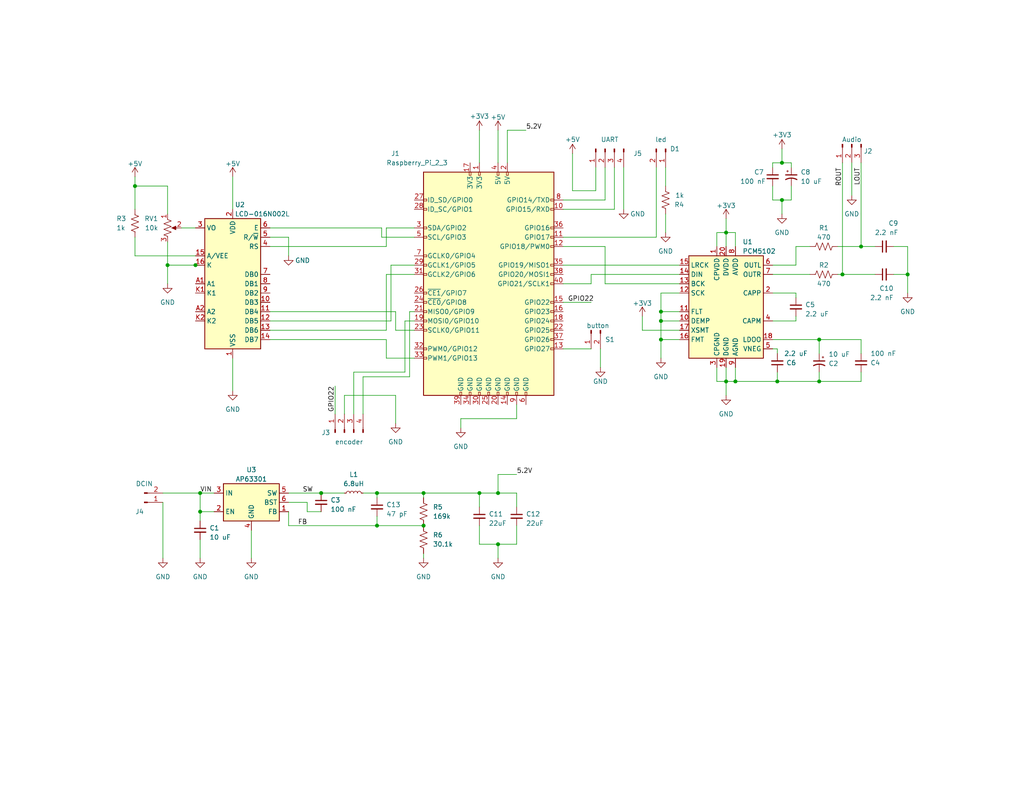
<source format=kicad_sch>
(kicad_sch (version 20230121) (generator eeschema)
  (paper "USLetter")
  (title_block (title "SquishBox v6") (date "2023-08-23") (rev "3") (company "Geek Funk Labs"))
  (lib_symbols
    (symbol "Audio:PCM5102"
      (property "Reference" "U" (at -10.16 13.97 0))
      (property "Value" "PCM5102" (at 3.81 13.97 0))
      (symbol "PCM5102_0_1"
        (rectangle (start -10.16 12.7) (end 10.16 -15.24) (stroke (width 0.254)) (fill (type background)))
      )
      (symbol "PCM5102_1_1"
        (pin passive line (at -2.54 15.24 270) (length 2.54) (name "CPVDD") (number "1"))
        (pin input line (at -12.7 -5.08 0) (length 2.54) (name "DEMP") (number "10"))
        (pin input line (at -12.7 -2.54 0) (length 2.54) (name "FLT") (number "11"))
        (pin input line (at -12.7 2.54 0) (length 2.54) (name "SCK") (number "12"))
        (pin input line (at -12.7 5.08 0) (length 2.54) (name "BCK") (number "13"))
        (pin input line (at -12.7 7.62 0) (length 2.54) (name "DIN") (number "14"))
        (pin input line (at -12.7 10.16 0) (length 2.54) (name "LRCK") (number "15"))
        (pin input line (at -12.7 -10.16 0) (length 2.54) (name "FMT") (number "16"))
        (pin input line (at -12.7 -7.62 0) (length 2.54) (name "XSMT") (number "17"))
        (pin passive line (at 12.7 -10.16 180) (length 2.54) (name "LDOO") (number "18"))
        (pin power_in line (at 0 -17.78 90) (length 2.54) (name "DGND") (number "19"))
        (pin passive line (at 12.7 2.54 180) (length 2.54) (name "CAPP") (number "2"))
        (pin power_in line (at 0 15.24 270) (length 2.54) (name "DVDD") (number "20"))
        (pin power_in line (at -2.54 -17.78 90) (length 2.54) (name "CPGND") (number "3"))
        (pin passive line (at 12.7 -5.08 180) (length 2.54) (name "CAPM") (number "4"))
        (pin passive line (at 12.7 -12.7 180) (length 2.54) (name "VNEG") (number "5"))
        (pin output line (at 12.7 10.16 180) (length 2.54) (name "OUTL") (number "6"))
        (pin output line (at 12.7 7.62 180) (length 2.54) (name "OUTR") (number "7"))
        (pin power_in line (at 2.54 15.24 270) (length 2.54) (name "AVDD") (number "8"))
        (pin power_in line (at 2.54 -17.78 90) (length 2.54) (name "AGND") (number "9"))
      )
    )
    (symbol "Connector:Conn_01x02_Pin" (pin_names (offset 1.016) hide)
      (property "Reference" "J" (at 0 2.54 0))
      (property "Value" "Conn_01x02_Pin" (at 0 -5.08 0))
      (symbol "Conn_01x02_Pin_1_1"
        (polyline (pts (xy 1.27 -2.54) (xy 0.8636 -2.54)) (stroke (width 0.1524)))
        (polyline (pts (xy 1.27 0) (xy 0.8636 0)) (stroke (width 0.1524)))
        (rectangle (start 0.8636 -2.413) (end 0 -2.667) (stroke (width 0.1524)) (fill (type outline)))
        (rectangle (start 0.8636 0.127) (end 0 -0.127) (stroke (width 0.1524)) (fill (type outline)))
        (pin passive line (at 5.08 0 180) (length 3.81) (name "Pin_1") (number "1"))
        (pin passive line (at 5.08 -2.54 180) (length 3.81) (name "Pin_2") (number "2"))
      )
    )
    (symbol "Connector:Conn_01x03_Pin" (pin_names (offset 1.016) hide)
      (property "Reference" "J" (at 0 5.08 0))
      (property "Value" "Conn_01x03_Pin" (at 0 -5.08 0))
      (symbol "Conn_01x03_Pin_1_1"
        (polyline (pts (xy 1.27 -2.54) (xy 0.8636 -2.54)) (stroke (width 0.1524)))
        (polyline (pts (xy 1.27 0) (xy 0.8636 0)) (stroke (width 0.1524)))
        (polyline (pts (xy 1.27 2.54) (xy 0.8636 2.54)) (stroke (width 0.1524)))
        (rectangle (start 0.8636 -2.413) (end 0 -2.667) (stroke (width 0.1524)) (fill (type outline)))
        (rectangle (start 0.8636 0.127) (end 0 -0.127) (stroke (width 0.1524)) (fill (type outline)))
        (rectangle (start 0.8636 2.667) (end 0 2.413) (stroke (width 0.1524)) (fill (type outline)))
        (pin passive line (at 5.08 2.54 180) (length 3.81) (name "Pin_1") (number "1"))
        (pin passive line (at 5.08 0 180) (length 3.81) (name "Pin_2") (number "2"))
        (pin passive line (at 5.08 -2.54 180) (length 3.81) (name "Pin_3") (number "3"))
      )
    )
    (symbol "Connector:Conn_01x04_Pin" (pin_names (offset 1.016) hide)
      (property "Reference" "J" (at 0 5.08 0))
      (property "Value" "Conn_01x04_Pin" (at 0 -7.62 0))
      (symbol "Conn_01x04_Pin_1_1"
        (polyline (pts (xy 1.27 -5.08) (xy 0.8636 -5.08)) (stroke (width 0.1524)))
        (polyline (pts (xy 1.27 -2.54) (xy 0.8636 -2.54)) (stroke (width 0.1524)))
        (polyline (pts (xy 1.27 0) (xy 0.8636 0)) (stroke (width 0.1524)))
        (polyline (pts (xy 1.27 2.54) (xy 0.8636 2.54)) (stroke (width 0.1524)))
        (rectangle (start 0.8636 -4.953) (end 0 -5.207) (stroke (width 0.1524)) (fill (type outline)))
        (rectangle (start 0.8636 -2.413) (end 0 -2.667) (stroke (width 0.1524)) (fill (type outline)))
        (rectangle (start 0.8636 0.127) (end 0 -0.127) (stroke (width 0.1524)) (fill (type outline)))
        (rectangle (start 0.8636 2.667) (end 0 2.413) (stroke (width 0.1524)) (fill (type outline)))
        (pin passive line (at 5.08 2.54 180) (length 3.81) (name "Pin_1") (number "1"))
        (pin passive line (at 5.08 0 180) (length 3.81) (name "Pin_2") (number "2"))
        (pin passive line (at 5.08 -2.54 180) (length 3.81) (name "Pin_3") (number "3"))
        (pin passive line (at 5.08 -5.08 180) (length 3.81) (name "Pin_4") (number "4"))
      )
    )
    (symbol "Connector:Raspberry_Pi_2_3" (pin_names (offset 1.016))
      (property "Reference" "J" (at -17.78 31.75 0))
      (property "Value" "Raspberry_Pi_2_3" (at 10.16 -31.75 0))
      (symbol "Raspberry_Pi_2_3_0_1"
        (rectangle (start -17.78 30.48) (end 17.78 -30.48) (stroke (width 0.254)) (fill (type background)))
      )
      (symbol "Raspberry_Pi_2_3_1_1"
        (rectangle (start -16.891 -17.526) (end -17.78 -18.034))
        (rectangle (start -16.891 -14.986) (end -17.78 -15.494))
        (rectangle (start -16.891 -12.446) (end -17.78 -12.954))
        (rectangle (start -16.891 -9.906) (end -17.78 -10.414))
        (rectangle (start -16.891 -7.366) (end -17.78 -7.874))
        (rectangle (start -16.891 -4.826) (end -17.78 -5.334))
        (rectangle (start -16.891 0.254) (end -17.78 -0.254))
        (rectangle (start -16.891 2.794) (end -17.78 2.286))
        (rectangle (start -16.891 5.334) (end -17.78 4.826))
        (rectangle (start -16.891 10.414) (end -17.78 9.906))
        (rectangle (start -16.891 12.954) (end -17.78 12.446))
        (rectangle (start -16.891 15.494) (end -17.78 14.986))
        (rectangle (start -16.891 20.574) (end -17.78 20.066))
        (rectangle (start -16.891 23.114) (end -17.78 22.606))
        (rectangle (start -10.414 -29.591) (end -9.906 -30.48))
        (rectangle (start -7.874 -29.591) (end -7.366 -30.48))
        (rectangle (start -5.334 -29.591) (end -4.826 -30.48))
        (rectangle (start -5.334 30.48) (end -4.826 29.591))
        (rectangle (start -2.794 -29.591) (end -2.286 -30.48))
        (rectangle (start -2.794 30.48) (end -2.286 29.591))
        (rectangle (start -0.254 -29.591) (end 0.254 -30.48))
        (rectangle (start 2.286 -29.591) (end 2.794 -30.48))
        (rectangle (start 2.286 30.48) (end 2.794 29.591))
        (rectangle (start 4.826 -29.591) (end 5.334 -30.48))
        (rectangle (start 4.826 30.48) (end 5.334 29.591))
        (rectangle (start 7.366 -29.591) (end 7.874 -30.48))
        (rectangle (start 17.78 -20.066) (end 16.891 -20.574))
        (rectangle (start 17.78 -17.526) (end 16.891 -18.034))
        (rectangle (start 17.78 -12.446) (end 16.891 -12.954))
        (rectangle (start 17.78 -9.906) (end 16.891 -10.414))
        (rectangle (start 17.78 -7.366) (end 16.891 -7.874))
        (rectangle (start 17.78 -4.826) (end 16.891 -5.334))
        (rectangle (start 17.78 -2.286) (end 16.891 -2.794))
        (rectangle (start 17.78 2.794) (end 16.891 2.286))
        (rectangle (start 17.78 5.334) (end 16.891 4.826))
        (rectangle (start 17.78 7.874) (end 16.891 7.366))
        (rectangle (start 17.78 12.954) (end 16.891 12.446))
        (rectangle (start 17.78 15.494) (end 16.891 14.986))
        (rectangle (start 17.78 20.574) (end 16.891 20.066))
        (rectangle (start 17.78 23.114) (end 16.891 22.606))
        (pin power_in line (at 2.54 33.02 270) (length 2.54) (name "3V3") (number "1"))
        (pin bidirectional line (at -20.32 20.32 0) (length 2.54) (name "GPIO15/RXD") (number "10"))
        (pin bidirectional line (at -20.32 12.7 0) (length 2.54) (name "GPIO17") (number "11"))
        (pin bidirectional line (at -20.32 10.16 0) (length 2.54) (name "GPIO18/PWM0") (number "12"))
        (pin bidirectional line (at -20.32 -17.78 0) (length 2.54) (name "GPIO27") (number "13"))
        (pin power_in line (at -5.08 -33.02 90) (length 2.54) (name "GND") (number "14"))
        (pin bidirectional line (at -20.32 -5.08 0) (length 2.54) (name "GPIO22") (number "15"))
        (pin bidirectional line (at -20.32 -7.62 0) (length 2.54) (name "GPIO23") (number "16"))
        (pin power_in line (at 5.08 33.02 270) (length 2.54) (name "3V3") (number "17"))
        (pin bidirectional line (at -20.32 -10.16 0) (length 2.54) (name "GPIO24") (number "18"))
        (pin bidirectional line (at 20.32 -10.16 180) (length 2.54) (name "MOSI0/GPIO10") (number "19"))
        (pin power_in line (at -5.08 33.02 270) (length 2.54) (name "5V") (number "2"))
        (pin power_in line (at -2.54 -33.02 90) (length 2.54) (name "GND") (number "20"))
        (pin bidirectional line (at 20.32 -7.62 180) (length 2.54) (name "MISO0/GPIO9") (number "21"))
        (pin bidirectional line (at -20.32 -12.7 0) (length 2.54) (name "GPIO25") (number "22"))
        (pin bidirectional line (at 20.32 -12.7 180) (length 2.54) (name "SCLK0/GPIO11") (number "23"))
        (pin bidirectional line (at 20.32 -5.08 180) (length 2.54) (name "~{CE0}/GPIO8") (number "24"))
        (pin power_in line (at 0 -33.02 90) (length 2.54) (name "GND") (number "25"))
        (pin bidirectional line (at 20.32 -2.54 180) (length 2.54) (name "~{CE1}/GPIO7") (number "26"))
        (pin bidirectional line (at 20.32 22.86 180) (length 2.54) (name "ID_SD/GPIO0") (number "27"))
        (pin bidirectional line (at 20.32 20.32 180) (length 2.54) (name "ID_SC/GPIO1") (number "28"))
        (pin bidirectional line (at 20.32 5.08 180) (length 2.54) (name "GCLK1/GPIO5") (number "29"))
        (pin bidirectional line (at 20.32 15.24 180) (length 2.54) (name "SDA/GPIO2") (number "3"))
        (pin power_in line (at 2.54 -33.02 90) (length 2.54) (name "GND") (number "30"))
        (pin bidirectional line (at 20.32 2.54 180) (length 2.54) (name "GCLK2/GPIO6") (number "31"))
        (pin bidirectional line (at 20.32 -17.78 180) (length 2.54) (name "PWM0/GPIO12") (number "32"))
        (pin bidirectional line (at 20.32 -20.32 180) (length 2.54) (name "PWM1/GPIO13") (number "33"))
        (pin power_in line (at 5.08 -33.02 90) (length 2.54) (name "GND") (number "34"))
        (pin bidirectional line (at -20.32 5.08 0) (length 2.54) (name "GPIO19/MISO1") (number "35"))
        (pin bidirectional line (at -20.32 15.24 0) (length 2.54) (name "GPIO16") (number "36"))
        (pin bidirectional line (at -20.32 -15.24 0) (length 2.54) (name "GPIO26") (number "37"))
        (pin bidirectional line (at -20.32 2.54 0) (length 2.54) (name "GPIO20/MOSI1") (number "38"))
        (pin power_in line (at 7.62 -33.02 90) (length 2.54) (name "GND") (number "39"))
        (pin power_in line (at -2.54 33.02 270) (length 2.54) (name "5V") (number "4"))
        (pin bidirectional line (at -20.32 0 0) (length 2.54) (name "GPIO21/SCLK1") (number "40"))
        (pin bidirectional line (at 20.32 12.7 180) (length 2.54) (name "SCL/GPIO3") (number "5"))
        (pin power_in line (at -10.16 -33.02 90) (length 2.54) (name "GND") (number "6"))
        (pin bidirectional line (at 20.32 7.62 180) (length 2.54) (name "GCLK0/GPIO4") (number "7"))
        (pin bidirectional line (at -20.32 22.86 0) (length 2.54) (name "GPIO14/TXD") (number "8"))
        (pin power_in line (at -7.62 -33.02 90) (length 2.54) (name "GND") (number "9"))
      )
    )
    (symbol "Device:C_Polarized_Small_US" (pin_numbers hide) (pin_names (offset 0.254) hide)
      (property "Reference" "C" (at 0.254 1.778 0))
      (property "Value" "C_Polarized_Small_US" (at 0.254 -2.032 0))
      (symbol "C_Polarized_Small_US_0_1"
        (polyline (pts (xy -1.524 0.508) (xy 1.524 0.508)) (stroke (width 0.3048)))
        (polyline (pts (xy -1.27 1.524) (xy -0.762 1.524)))
        (polyline (pts (xy -1.016 1.27) (xy -1.016 1.778)))
        (arc (start 1.524 -0.762) (mid 0 -0.3734) (end -1.524 -0.762) (stroke (width 0.3048)))
      )
      (symbol "C_Polarized_Small_US_1_1"
        (pin passive line (at 0 2.54 270) (length 2.032) (name "~") (number "1"))
        (pin passive line (at 0 -2.54 90) (length 2.032) (name "~") (number "2"))
      )
    )
    (symbol "Device:C_Small" (pin_numbers hide) (pin_names (offset 0.254) hide)
      (property "Reference" "C" (at 0.254 1.778 0))
      (property "Value" "C_Small" (at 0.254 -2.032 0))
      (symbol "C_Small_0_1"
        (polyline (pts (xy -1.524 -0.508) (xy 1.524 -0.508)) (stroke (width 0.3302)))
        (polyline (pts (xy -1.524 0.508) (xy 1.524 0.508)) (stroke (width 0.3048)))
      )
      (symbol "C_Small_1_1"
        (pin passive line (at 0 2.54 270) (length 2.032) (name "~") (number "1"))
        (pin passive line (at 0 -2.54 90) (length 2.032) (name "~") (number "2"))
      )
    )
    (symbol "Device:L_Small" (pin_numbers hide) (pin_names (offset 0.254) hide)
      (property "Reference" "L" (at 0.762 1.016 0))
      (property "Value" "L_Small" (at 0.762 -1.016 0))
      (symbol "L_Small_0_1"
        (arc (start 0 -2.032) (mid 0.5058 -1.524) (end 0 -1.016))
        (arc (start 0 -1.016) (mid 0.5058 -0.508) (end 0 0))
        (arc (start 0 0) (mid 0.5058 0.508) (end 0 1.016))
        (arc (start 0 1.016) (mid 0.5058 1.524) (end 0 2.032))
      )
      (symbol "L_Small_1_1"
        (pin passive line (at 0 2.54 270) (length 0.508) (name "~") (number "1"))
        (pin passive line (at 0 -2.54 90) (length 0.508) (name "~") (number "2"))
      )
    )
    (symbol "Device:R_Potentiometer_US" (pin_names (offset 1.016) hide)
      (property "Reference" "RV" (at -4.445 0 90))
      (property "Value" "R_Potentiometer_US" (at -2.54 0 90))
      (symbol "R_Potentiometer_US_0_1"
        (polyline (pts (xy 0 -2.286) (xy 0 -2.54)))
        (polyline (pts (xy 0 2.54) (xy 0 2.286)))
        (polyline (pts (xy 2.54 0) (xy 1.524 0)))
        (polyline (pts (xy 1.143 0) (xy 2.286 0.508) (xy 2.286 -0.508) (xy 1.143 0)) (fill (type outline)))
        (polyline (pts (xy 0 -0.762) (xy 1.016 -1.143) (xy 0 -1.524) (xy -1.016 -1.905) (xy 0 -2.286)))
        (polyline (pts (xy 0 0.762) (xy 1.016 0.381) (xy 0 0) (xy -1.016 -0.381) (xy 0 -0.762)))
        (polyline (pts (xy 0 2.286) (xy 1.016 1.905) (xy 0 1.524) (xy -1.016 1.143) (xy 0 0.762)))
      )
      (symbol "R_Potentiometer_US_1_1"
        (pin passive line (at 0 3.81 270) (length 1.27) (name "1") (number "1"))
        (pin passive line (at 3.81 0 180) (length 1.27) (name "2") (number "2"))
        (pin passive line (at 0 -3.81 90) (length 1.27) (name "3") (number "3"))
      )
    )
    (symbol "Device:R_US" (pin_numbers hide) (pin_names (offset 0))
      (property "Reference" "R" (at 2.54 0 90))
      (property "Value" "R_US" (at -2.54 0 90))
      (symbol "R_US_0_1"
        (polyline (pts (xy 0 -2.286) (xy 0 -2.54)))
        (polyline (pts (xy 0 2.286) (xy 0 2.54)))
        (polyline (pts (xy 0 -0.762) (xy 1.016 -1.143) (xy 0 -1.524) (xy -1.016 -1.905) (xy 0 -2.286)))
        (polyline (pts (xy 0 0.762) (xy 1.016 0.381) (xy 0 0) (xy -1.016 -0.381) (xy 0 -0.762)))
        (polyline (pts (xy 0 2.286) (xy 1.016 1.905) (xy 0 1.524) (xy -1.016 1.143) (xy 0 0.762)))
      )
      (symbol "R_US_1_1"
        (pin passive line (at 0 3.81 270) (length 1.27) (name "~") (number "1"))
        (pin passive line (at 0 -3.81 90) (length 1.27) (name "~") (number "2"))
      )
    )
    (symbol "Display_Character:LCD-016N002L"
      (property "Reference" "U" (at -6.35 18.796 0))
      (property "Value" "LCD-016N002L" (at 8.636 18.796 0))
      (symbol "LCD-016N002L_1_1"
        (rectangle (start -7.62 17.78) (end 7.62 -17.78) (stroke (width 0.254)) (fill (type background)))
        (pin power_in line (at 0 -20.32 90) (length 2.54) (name "VSS") (number "1"))
        (pin bidirectional line (at -10.16 -5.08 0) (length 2.54) (name "DB3") (number "10"))
        (pin bidirectional line (at -10.16 -7.62 0) (length 2.54) (name "DB4") (number "11"))
        (pin bidirectional line (at -10.16 -10.16 0) (length 2.54) (name "DB5") (number "12"))
        (pin bidirectional line (at -10.16 -12.7 0) (length 2.54) (name "DB6") (number "13"))
        (pin bidirectional line (at -10.16 -15.24 0) (length 2.54) (name "DB7") (number "14"))
        (pin power_in line (at 10.16 7.62 180) (length 2.54) (name "A/VEE") (number "15"))
        (pin power_in line (at 10.16 5.08 180) (length 2.54) (name "K") (number "16"))
        (pin power_in line (at 0 20.32 270) (length 2.54) (name "VDD") (number "2"))
        (pin input line (at 10.16 15.24 180) (length 2.54) (name "VO") (number "3"))
        (pin input line (at -10.16 10.16 0) (length 2.54) (name "RS") (number "4"))
        (pin input line (at -10.16 12.7 0) (length 2.54) (name "R/~{W}") (number "5"))
        (pin input line (at -10.16 15.24 0) (length 2.54) (name "E") (number "6"))
        (pin bidirectional line (at -10.16 2.54 0) (length 2.54) (name "DB0") (number "7"))
        (pin bidirectional line (at -10.16 0 0) (length 2.54) (name "DB1") (number "8"))
        (pin bidirectional line (at -10.16 -2.54 0) (length 2.54) (name "DB2") (number "9"))
        (pin power_in line (at 10.16 0 180) (length 2.54) (name "A1") (number "A1"))
        (pin power_in line (at 10.16 -7.62 180) (length 2.54) (name "A2") (number "A2"))
        (pin power_in line (at 10.16 -2.54 180) (length 2.54) (name "K1") (number "K1"))
        (pin power_in line (at 10.16 -10.16 180) (length 2.54) (name "K2") (number "K2"))
      )
    )
    (symbol "Regulator_Switching:AP63205WU"
      (property "Reference" "U" (at -7.62 6.35 0))
      (property "Value" "AP63205WU" (at 2.54 6.35 0))
      (symbol "AP63205WU_0_1"
        (rectangle (start -7.62 5.08) (end 7.62 -5.08) (stroke (width 0.254)) (fill (type background)))
      )
      (symbol "AP63205WU_1_1"
        (pin input line (at 10.16 -2.54 180) (length 2.54) (name "FB") (number "1"))
        (pin input line (at -10.16 -2.54 0) (length 2.54) (name "EN") (number "2"))
        (pin power_in line (at -10.16 2.54 0) (length 2.54) (name "IN") (number "3"))
        (pin power_in line (at 0 -7.62 90) (length 2.54) (name "GND") (number "4"))
        (pin output line (at 10.16 2.54 180) (length 2.54) (name "SW") (number "5"))
        (pin passive line (at 10.16 0 180) (length 2.54) (name "BST") (number "6"))
      )
    )
    (symbol "power:+3V3" (power) (pin_names (offset 0))
      (property "Value" "+3V3" (at 0 3.556 0))
      (symbol "+3V3_0_1"
        (polyline (pts (xy -0.762 1.27) (xy 0 2.54)))
        (polyline (pts (xy 0 0) (xy 0 2.54)))
        (polyline (pts (xy 0 2.54) (xy 0.762 1.27)))
      )
      (symbol "+3V3_1_1"
        (pin power_in line (at 0 0 90) (length 0) hide (name "+3V3") (number "1"))
      )
    )
    (symbol "power:+5V" (power) (pin_names (offset 0))
      (property "Value" "+5V" (at 0 3.556 0))
      (symbol "+5V_0_1"
        (polyline (pts (xy -0.762 1.27) (xy 0 2.54)))
        (polyline (pts (xy 0 0) (xy 0 2.54)))
        (polyline (pts (xy 0 2.54) (xy 0.762 1.27)))
      )
      (symbol "+5V_1_1"
        (pin power_in line (at 0 0 90) (length 0) hide (name "+5V") (number "1"))
      )
    )
    (symbol "power:GND" (power) (pin_names (offset 0))
      (property "Value" "GND" (at 0 -3.81 0))
      (symbol "GND_0_1"
        (polyline (pts (xy 0 0) (xy 0 -1.27) (xy 1.27 -1.27) (xy 0 -2.54) (xy -1.27 -1.27) (xy 0 -1.27)))
      )
      (symbol "GND_1_1"
        (pin power_in line (at 0 0 270) (length 0) hide (name "GND") (number "1"))
      )
    )
  )
  (junction (at 198.12 104.14))
  (junction (at 102.87 134.62))
  (junction (at 180.34 92.71))
  (junction (at 130.81 134.62))
  (junction (at 135.89 148.59))
  (junction (at 200.66 104.14))
  (junction (at 36.83 50.8))
  (junction (at 198.12 63.5))
  (junction (at 229.87 74.93))
  (junction (at 213.36 44.45))
  (junction (at 54.61 139.7))
  (junction (at 212.09 104.14))
  (junction (at 223.52 92.71))
  (junction (at 213.36 54.61))
  (junction (at 223.52 104.14))
  (junction (at 135.89 134.62))
  (junction (at 180.34 87.63))
  (junction (at 247.65 74.93))
  (junction (at 87.63 134.62))
  (junction (at 54.61 134.62))
  (junction (at 234.95 67.31))
  (junction (at 115.57 143.51))
  (junction (at 180.34 85.09))
  (junction (at 115.57 134.62))
  (junction (at 53.34 72.39))
  (junction (at 102.87 143.51))
  (junction (at 45.72 72.39))
  (wire (pts (xy 162.56 52.07) (xy 162.56 45.72)))
  (wire (pts (xy 99.06 113.03) (xy 99.06 102.87)))
  (wire (pts (xy 153.67 67.31) (xy 165.1 67.31)))
  (wire (pts (xy 215.9 54.61) (xy 213.36 54.61)))
  (wire (pts (xy 198.12 104.14) (xy 198.12 107.95)))
  (wire (pts (xy 198.12 63.5) (xy 198.12 67.31)))
  (wire (pts (xy 63.5 48.26) (xy 63.5 57.15)))
  (wire (pts (xy 217.17 87.63) (xy 217.17 86.36)))
  (wire (pts (xy 180.34 85.09) (xy 180.34 87.63)))
  (wire (pts (xy 153.67 95.25) (xy 161.29 95.25)))
  (wire (pts (xy 99.06 134.62) (xy 102.87 134.62)))
  (wire (pts (xy 96.52 101.6) (xy 96.52 113.03)))
  (wire (pts (xy 161.29 77.47) (xy 153.67 77.47)))
  (wire (pts (xy 107.95 90.17) (xy 113.03 90.17)))
  (wire (pts (xy 115.57 151.13) (xy 115.57 152.4)))
  (wire (pts (xy 135.89 35.56) (xy 135.89 44.45)))
  (wire (pts (xy 130.81 134.62) (xy 135.89 134.62)))
  (wire (pts (xy 115.57 134.62) (xy 115.57 135.89)))
  (wire (pts (xy 54.61 139.7) (xy 54.61 142.24)))
  (wire (pts (xy 215.9 44.45) (xy 215.9 45.72)))
  (wire (pts (xy 54.61 147.32) (xy 54.61 152.4)))
  (wire (pts (xy 44.45 134.62) (xy 54.61 134.62)))
  (wire (pts (xy 45.72 66.04) (xy 45.72 72.39)))
  (wire (pts (xy 210.82 50.8) (xy 210.82 54.61)))
  (wire (pts (xy 210.82 87.63) (xy 217.17 87.63)))
  (wire (pts (xy 99.06 102.87) (xy 111.76 102.87)))
  (wire (pts (xy 106.68 87.63) (xy 106.68 72.39)))
  (wire (pts (xy 195.58 67.31) (xy 195.58 63.5)))
  (wire (pts (xy 73.66 62.23) (xy 104.14 62.23)))
  (wire (pts (xy 73.66 90.17) (xy 105.41 90.17)))
  (wire (pts (xy 165.1 77.47) (xy 185.42 77.47)))
  (wire (pts (xy 213.36 40.64) (xy 213.36 44.45)))
  (wire (pts (xy 73.66 87.63) (xy 106.68 87.63)))
  (wire (pts (xy 153.67 82.55) (xy 161.29 82.55)))
  (wire (pts (xy 232.41 44.45) (xy 232.41 53.34)))
  (wire (pts (xy 234.95 96.52) (xy 234.95 92.71)))
  (wire (pts (xy 87.63 134.62) (xy 93.98 134.62)))
  (wire (pts (xy 130.81 143.51) (xy 130.81 148.59)))
  (wire (pts (xy 140.97 143.51) (xy 140.97 148.59)))
  (wire (pts (xy 111.76 102.87) (xy 111.76 85.09)))
  (wire (pts (xy 104.14 62.23) (xy 104.14 64.77)))
  (wire (pts (xy 105.41 92.71) (xy 105.41 97.79)))
  (wire (pts (xy 223.52 104.14) (xy 234.95 104.14)))
  (wire (pts (xy 115.57 134.62) (xy 130.81 134.62)))
  (wire (pts (xy 213.36 54.61) (xy 210.82 54.61)))
  (wire (pts (xy 223.52 92.71) (xy 234.95 92.71)))
  (wire (pts (xy 93.98 113.03) (xy 93.98 107.95)))
  (wire (pts (xy 215.9 44.45) (xy 213.36 44.45)))
  (wire (pts (xy 125.73 114.3) (xy 140.97 114.3)))
  (wire (pts (xy 36.83 48.26) (xy 36.83 50.8)))
  (wire (pts (xy 102.87 140.97) (xy 102.87 143.51)))
  (wire (pts (xy 161.29 74.93) (xy 185.42 74.93)))
  (wire (pts (xy 96.52 101.6) (xy 110.49 101.6)))
  (wire (pts (xy 210.82 45.72) (xy 210.82 44.45)))
  (wire (pts (xy 53.34 69.85) (xy 36.83 69.85)))
  (wire (pts (xy 229.87 44.45) (xy 229.87 74.93)))
  (wire (pts (xy 54.61 72.39) (xy 53.34 72.39)))
  (wire (pts (xy 135.89 134.62) (xy 140.97 134.62)))
  (wire (pts (xy 181.61 58.42) (xy 181.61 63.5)))
  (wire (pts (xy 156.21 41.91) (xy 156.21 52.07)))
  (wire (pts (xy 153.67 72.39) (xy 185.42 72.39)))
  (wire (pts (xy 175.26 86.36) (xy 175.26 90.17)))
  (wire (pts (xy 228.6 67.31) (xy 234.95 67.31)))
  (wire (pts (xy 213.36 44.45) (xy 210.82 44.45)))
  (wire (pts (xy 210.82 74.93) (xy 220.98 74.93)))
  (wire (pts (xy 185.42 80.01) (xy 180.34 80.01)))
  (wire (pts (xy 212.09 104.14) (xy 223.52 104.14)))
  (wire (pts (xy 93.98 107.95) (xy 107.95 107.95)))
  (wire (pts (xy 179.07 45.72) (xy 179.07 64.77)))
  (wire (pts (xy 78.74 134.62) (xy 87.63 134.62)))
  (wire (pts (xy 78.74 137.16) (xy 83.82 137.16)))
  (wire (pts (xy 105.41 74.93) (xy 113.03 74.93)))
  (wire (pts (xy 49.53 62.23) (xy 53.34 62.23)))
  (wire (pts (xy 223.52 96.52) (xy 223.52 92.71)))
  (wire (pts (xy 210.82 92.71) (xy 223.52 92.71)))
  (wire (pts (xy 135.89 148.59) (xy 135.89 152.4)))
  (wire (pts (xy 104.14 64.77) (xy 113.03 64.77)))
  (wire (pts (xy 91.44 105.41) (xy 91.44 113.03)))
  (wire (pts (xy 198.12 104.14) (xy 200.66 104.14)))
  (wire (pts (xy 78.74 143.51) (xy 102.87 143.51)))
  (wire (pts (xy 130.81 35.56) (xy 130.81 44.45)))
  (wire (pts (xy 210.82 72.39) (xy 217.17 72.39)))
  (wire (pts (xy 163.83 95.25) (xy 163.83 100.33)))
  (wire (pts (xy 198.12 100.33) (xy 198.12 104.14)))
  (wire (pts (xy 138.43 35.56) (xy 143.51 35.56)))
  (wire (pts (xy 179.07 64.77) (xy 153.67 64.77)))
  (wire (pts (xy 165.1 77.47) (xy 165.1 67.31)))
  (wire (pts (xy 44.45 137.16) (xy 44.45 152.4)))
  (wire (pts (xy 68.58 144.78) (xy 68.58 152.4)))
  (wire (pts (xy 223.52 101.6) (xy 223.52 104.14)))
  (wire (pts (xy 200.66 67.31) (xy 200.66 63.5)))
  (wire (pts (xy 195.58 104.14) (xy 198.12 104.14)))
  (wire (pts (xy 243.84 74.93) (xy 247.65 74.93)))
  (wire (pts (xy 247.65 74.93) (xy 247.65 80.01)))
  (wire (pts (xy 125.73 114.3) (xy 125.73 116.84)))
  (wire (pts (xy 102.87 143.51) (xy 115.57 143.51)))
  (wire (pts (xy 107.95 107.95) (xy 107.95 115.57)))
  (wire (pts (xy 140.97 148.59) (xy 135.89 148.59)))
  (wire (pts (xy 53.34 72.39) (xy 45.72 72.39)))
  (wire (pts (xy 105.41 62.23) (xy 113.03 62.23)))
  (wire (pts (xy 170.18 45.72) (xy 170.18 57.15)))
  (wire (pts (xy 185.42 85.09) (xy 180.34 85.09)))
  (wire (pts (xy 130.81 134.62) (xy 130.81 138.43)))
  (wire (pts (xy 105.41 97.79) (xy 113.03 97.79)))
  (wire (pts (xy 73.66 92.71) (xy 105.41 92.71)))
  (wire (pts (xy 78.74 139.7) (xy 78.74 143.51)))
  (wire (pts (xy 45.72 72.39) (xy 45.72 77.47)))
  (wire (pts (xy 210.82 80.01) (xy 217.17 80.01)))
  (wire (pts (xy 234.95 101.6) (xy 234.95 104.14)))
  (wire (pts (xy 213.36 54.61) (xy 213.36 58.42)))
  (wire (pts (xy 234.95 67.31) (xy 238.76 67.31)))
  (wire (pts (xy 58.42 134.62) (xy 54.61 134.62)))
  (wire (pts (xy 210.82 95.25) (xy 212.09 95.25)))
  (wire (pts (xy 215.9 50.8) (xy 215.9 54.61)))
  (wire (pts (xy 180.34 87.63) (xy 180.34 92.71)))
  (wire (pts (xy 63.5 97.79) (xy 63.5 106.68)))
  (wire (pts (xy 54.61 139.7) (xy 58.42 139.7)))
  (wire (pts (xy 212.09 101.6) (xy 212.09 104.14)))
  (wire (pts (xy 217.17 67.31) (xy 220.98 67.31)))
  (wire (pts (xy 200.66 100.33) (xy 200.66 104.14)))
  (wire (pts (xy 212.09 95.25) (xy 212.09 96.52)))
  (wire (pts (xy 156.21 52.07) (xy 162.56 52.07)))
  (wire (pts (xy 198.12 63.5) (xy 200.66 63.5)))
  (wire (pts (xy 165.1 45.72) (xy 165.1 54.61)))
  (wire (pts (xy 73.66 85.09) (xy 107.95 85.09)))
  (wire (pts (xy 102.87 134.62) (xy 102.87 135.89)))
  (wire (pts (xy 78.74 64.77) (xy 78.74 69.85)))
  (wire (pts (xy 110.49 87.63) (xy 113.03 87.63)))
  (wire (pts (xy 200.66 104.14) (xy 212.09 104.14)))
  (wire (pts (xy 83.82 137.16) (xy 83.82 139.7)))
  (wire (pts (xy 83.82 139.7) (xy 87.63 139.7)))
  (wire (pts (xy 165.1 54.61) (xy 153.67 54.61)))
  (wire (pts (xy 167.64 57.15) (xy 167.64 45.72)))
  (wire (pts (xy 107.95 85.09) (xy 107.95 90.17)))
  (wire (pts (xy 135.89 129.54) (xy 140.97 129.54)))
  (wire (pts (xy 110.49 101.6) (xy 110.49 87.63)))
  (wire (pts (xy 229.87 74.93) (xy 238.76 74.93)))
  (wire (pts (xy 73.66 67.31) (xy 105.41 67.31)))
  (wire (pts (xy 198.12 59.69) (xy 198.12 63.5)))
  (wire (pts (xy 217.17 80.01) (xy 217.17 81.28)))
  (wire (pts (xy 140.97 134.62) (xy 140.97 138.43)))
  (wire (pts (xy 105.41 90.17) (xy 105.41 74.93)))
  (wire (pts (xy 36.83 69.85) (xy 36.83 64.77)))
  (wire (pts (xy 54.61 134.62) (xy 54.61 139.7)))
  (wire (pts (xy 161.29 74.93) (xy 161.29 77.47)))
  (wire (pts (xy 195.58 63.5) (xy 198.12 63.5)))
  (wire (pts (xy 135.89 134.62) (xy 135.89 129.54)))
  (wire (pts (xy 106.68 72.39) (xy 113.03 72.39)))
  (wire (pts (xy 135.89 148.59) (xy 130.81 148.59)))
  (wire (pts (xy 180.34 80.01) (xy 180.34 85.09)))
  (wire (pts (xy 45.72 50.8) (xy 36.83 50.8)))
  (wire (pts (xy 102.87 134.62) (xy 115.57 134.62)))
  (wire (pts (xy 45.72 58.42) (xy 45.72 50.8)))
  (wire (pts (xy 217.17 72.39) (xy 217.17 67.31)))
  (wire (pts (xy 73.66 64.77) (xy 78.74 64.77)))
  (wire (pts (xy 138.43 44.45) (xy 138.43 35.56)))
  (wire (pts (xy 185.42 92.71) (xy 180.34 92.71)))
  (wire (pts (xy 185.42 87.63) (xy 180.34 87.63)))
  (wire (pts (xy 228.6 74.93) (xy 229.87 74.93)))
  (wire (pts (xy 181.61 50.8) (xy 181.61 45.72)))
  (wire (pts (xy 195.58 100.33) (xy 195.58 104.14)))
  (wire (pts (xy 243.84 67.31) (xy 247.65 67.31)))
  (wire (pts (xy 180.34 92.71) (xy 180.34 97.79)))
  (wire (pts (xy 153.67 57.15) (xy 167.64 57.15)))
  (wire (pts (xy 234.95 44.45) (xy 234.95 67.31)))
  (wire (pts (xy 247.65 67.31) (xy 247.65 74.93)))
  (wire (pts (xy 185.42 90.17) (xy 175.26 90.17)))
  (wire (pts (xy 36.83 50.8) (xy 36.83 57.15)))
  (wire (pts (xy 111.76 85.09) (xy 113.03 85.09)))
  (wire (pts (xy 140.97 110.49) (xy 140.97 114.3)))
  (wire (pts (xy 105.41 67.31) (xy 105.41 62.23)))
  (label "5.2V" (at 143.51 35.56 0))
  (label "GPIO22" (at 154.94 82.55 0))
  (label "LOUT" (at 234.95 45.72 270))
  (label "GPIO22" (at 91.44 105.41 270))
  (label "VIN" (at 54.61 134.62 0))
  (label "FB" (at 81.28 143.51 0))
  (label "5.2V" (at 140.97 129.54 0))
  (label "ROUT" (at 229.87 45.72 270))
  (label "SW" (at 82.55 134.62 0))
  (symbol (lib_id "power:GND") (at 232.41 53.34 0) (unit 1)
    (property "Reference" "#PWR010" (effects hide))
    (property "Value" "GND" (at 232.41 58.42 0))
  )
  (symbol (lib_id "power:GND") (at 181.61 63.5 0) (unit 1)
    (property "Reference" "#PWR021" (effects hide))
    (property "Value" "GND" (at 181.61 68.58 0))
  )
  (symbol (lib_id "Device:C_Small") (at 212.09 99.06 180) (unit 1)
    (property "Reference" "C6" (at 215.9 99.06 0))
    (property "Value" "2.2 uF" (at 217.17 96.52 0))
    (property "Footprint" "Capacitor_SMD:C_0805_2012Metric" (effects hide))
  )
  (symbol (lib_id "power:GND") (at 63.5 106.68 0) (unit 1)
    (property "Reference" "#PWR06" (effects hide))
    (property "Value" "GND" (at 63.5 111.76 0))
  )
  (symbol (lib_id "Device:R_Potentiometer_US") (at 45.72 62.23 0) (unit 1)
    (property "Reference" "RV1" (at 43.18 59.69 0) (effects (justify right)))
    (property "Value" "10k" (at 43.18 62.23 0) (effects (justify right)))
    (property "Footprint" "Potentiometer_THT:Potentiometer_ACP_CA6-H2,5_Horizontal" (effects hide))
  )
  (symbol (lib_id "Device:C_Small") (at 217.17 83.82 0) (unit 1)
    (property "Reference" "C5" (at 219.71 83.1913 0) (effects (justify left)))
    (property "Value" "2.2 uF" (at 219.71 85.7313 0) (effects (justify left)))
    (property "Footprint" "Capacitor_SMD:C_0805_2012Metric" (effects hide))
  )
  (symbol (lib_id "power:GND") (at 213.36 58.42 0) (unit 1)
    (property "Reference" "#PWR04" (effects hide))
    (property "Value" "GND" (at 213.36 63.5 0))
  )
  (symbol (lib_id "Device:R_US") (at 36.83 60.96 0) (unit 1)
    (property "Reference" "R3" (at 31.75 59.69 0) (effects (justify left)))
    (property "Value" "1k" (at 31.75 62.23 0) (effects (justify left)))
    (property "Footprint" "Resistor_SMD:R_0805_2012Metric" (effects hide))
  )
  (symbol (lib_id "power:+5V") (at 156.21 41.91 0) (unit 1)
    (property "Reference" "#PWR020" (effects hide))
    (property "Value" "+5V" (at 156.21 38.1 0))
  )
  (symbol (lib_id "Device:C_Small") (at 87.63 137.16 0) (unit 1)
    (property "Reference" "C3" (at 90.17 136.5313 0) (effects (justify left)))
    (property "Value" "100 nF" (at 90.17 139.0713 0) (effects (justify left)))
    (property "Footprint" "Capacitor_SMD:C_0805_2012Metric" (effects hide))
  )
  (symbol (lib_id "power:+3V3") (at 213.36 40.64 0) (unit 1)
    (property "Reference" "#PWR09" (effects hide))
    (property "Value" "+3V3" (at 213.36 36.83 0))
  )
  (symbol (lib_id "power:+3V3") (at 198.12 59.69 0) (unit 1)
    (property "Reference" "#PWR0106" (effects hide))
    (property "Value" "+3V3" (at 198.12 56.134 0))
  )
  (symbol (lib_id "power:+5V") (at 63.5 48.26 0) (unit 1)
    (property "Reference" "#PWR0102" (effects hide))
    (property "Value" "+5V" (at 63.5 44.704 0))
  )
  (symbol (lib_id "Device:C_Small") (at 241.3 74.93 90) (unit 1)
    (property "Reference" "C10" (at 243.84 78.74 90) (effects (justify left)))
    (property "Value" "2.2 nF" (at 243.84 81.28 90) (effects (justify left)))
    (property "Footprint" "Capacitor_SMD:C_0805_2012Metric" (effects hide))
  )
  (symbol (lib_id "power:GND") (at 115.57 152.4 0) (unit 1)
    (property "Reference" "#PWR018" (effects hide))
    (property "Value" "GND" (at 115.57 157.48 0))
  )
  (symbol (lib_id "Device:C_Small") (at 140.97 140.97 0) (unit 1)
    (property "Reference" "C12" (at 143.51 140.3413 0) (effects (justify left)))
    (property "Value" "22uF" (at 143.51 142.8813 0) (effects (justify left)))
    (property "Footprint" "Capacitor_SMD:C_0805_2012Metric" (effects hide))
  )
  (symbol (lib_id "Device:C_Small") (at 130.81 140.97 0) (unit 1)
    (property "Reference" "C11" (at 133.35 140.3413 0) (effects (justify left)))
    (property "Value" "22uF" (at 133.35 142.8813 0) (effects (justify left)))
    (property "Footprint" "Capacitor_SMD:C_0805_2012Metric" (effects hide))
  )
  (symbol (lib_id "power:GND") (at 68.58 152.4 0) (unit 1)
    (property "Reference" "#PWR017" (effects hide))
    (property "Value" "GND" (at 68.58 157.48 0))
  )
  (symbol (lib_id "power:+5V") (at 135.89 35.56 0) (unit 1)
    (property "Reference" "#PWR0104" (effects hide))
    (property "Value" "+5V" (at 135.89 32.004 0))
  )
  (symbol (lib_id "power:GND") (at 44.45 152.4 0) (unit 1)
    (property "Reference" "#PWR014" (effects hide))
    (property "Value" "GND" (at 44.45 157.48 0))
  )
  (symbol (lib_id "Connector:Conn_01x04_Pin") (at 93.98 118.11 90) (unit 1)
    (property "Reference" "J3" (at 88.9 118.11 90))
    (property "Value" "encoder" (at 95.25 120.65 90))
    (property "Footprint" "squishbox:PinHeader_1x04_P2.54mm_Vertical_unpol" (effects hide))
  )
  (symbol (lib_id "power:GND") (at 247.65 80.01 0) (unit 1)
    (property "Reference" "#PWR01" (effects hide))
    (property "Value" "GND" (at 247.65 85.09 0))
  )
  (symbol (lib_id "Device:C_Small") (at 210.82 48.26 0) (unit 1)
    (property "Reference" "C7" (at 205.74 46.99 0) (effects (justify left)))
    (property "Value" "100 nF" (at 201.93 49.53 0) (effects (justify left)))
    (property "Footprint" "Capacitor_SMD:C_0805_2012Metric" (effects hide))
  )
  (symbol (lib_id "Device:R_US") (at 181.61 54.61 180) (unit 1)
    (property "Reference" "R4" (at 186.69 55.88 0) (effects (justify left)))
    (property "Value" "1k" (at 186.69 53.34 0) (effects (justify left)))
    (property "Footprint" "Resistor_SMD:R_0805_2012Metric" (effects hide))
  )
  (symbol (lib_id "Device:L_Small") (at 96.52 134.62 90) (unit 1)
    (property "Reference" "L1" (at 96.52 129.54 90))
    (property "Value" "6.8uH" (at 96.52 132.08 90))
    (property "Footprint" "Inductor_SMD:L_Changjiang_FNR5030S" (effects hide))
  )
  (symbol (lib_id "power:GND") (at 45.72 77.47 0) (unit 1)
    (property "Reference" "#PWR08" (effects hide))
    (property "Value" "GND" (at 45.72 82.55 0))
  )
  (symbol (lib_id "power:GND") (at 170.18 57.15 0) (unit 1)
    (property "Reference" "#PWR019" (effects hide))
    (property "Value" "GND" (at 173.99 58.42 0))
  )
  (symbol (lib_id "Device:R_US") (at 115.57 147.32 0) (unit 1)
    (property "Reference" "R6" (at 118.11 146.05 0) (effects (justify left)))
    (property "Value" "30.1k" (at 118.11 148.59 0) (effects (justify left)))
    (property "Footprint" "Resistor_SMD:R_0805_2012Metric" (effects hide))
  )
  (symbol (lib_id "Regulator_Switching:AP63205WU") (at 68.58 137.16 0) (unit 1)
    (property "Reference" "U3" (at 68.58 128.27 0))
    (property "Value" "AP63301" (at 68.58 130.81 0))
    (property "Footprint" "Package_TO_SOT_SMD:TSOT-23-6" (effects hide))
    (property "Datasheet" "https://www.diodes.com/assets/Datasheets/AP63200-AP63201-AP63203-AP63205.pdf" (effects hide))
  )
  (symbol (lib_id "Device:R_US") (at 115.57 139.7 0) (unit 1)
    (property "Reference" "R5" (at 118.11 138.43 0) (effects (justify left)))
    (property "Value" "169k" (at 118.11 140.97 0) (effects (justify left)))
    (property "Footprint" "Resistor_SMD:R_0805_2012Metric" (effects hide))
  )
  (symbol (lib_id "Device:C_Small") (at 102.87 138.43 0) (unit 1)
    (property "Reference" "C13" (at 105.41 137.8013 0) (effects (justify left)))
    (property "Value" "47 pF" (at 105.41 140.3413 0) (effects (justify left)))
    (property "Footprint" "Capacitor_SMD:C_0805_2012Metric" (effects hide))
  )
  (symbol (lib_id "Connector:Conn_01x03_Pin") (at 232.41 39.37 90) (mirror x) (unit 1)
    (property "Reference" "J2" (at 236.855 41.275 90))
    (property "Value" "Audio" (at 232.41 38.1 90))
    (property "Footprint" "squishbox:PinHeader_1x03_P2.54mm_Vertical_centerground" (effects hide))
  )
  (symbol (lib_id "power:GND") (at 107.95 115.57 0) (unit 1)
    (property "Reference" "#PWR011" (effects hide))
    (property "Value" "GND" (at 107.95 120.65 0))
  )
  (symbol (lib_id "Device:C_Polarized_Small_US") (at 223.52 99.06 0) (mirror y) (unit 1)
    (property "Reference" "C2" (at 226.06 99.2632 0) (effects (justify right)))
    (property "Value" "10 uF" (at 226.06 96.7232 0) (effects (justify right)))
    (property "Footprint" "Capacitor_SMD:C_0805_2012Metric" (effects hide))
  )
  (symbol (lib_id "Device:R_US") (at 224.79 67.31 90) (unit 1)
    (property "Reference" "R1" (at 224.79 62.23 90))
    (property "Value" "470" (at 224.79 64.77 90))
    (property "Footprint" "Resistor_SMD:R_0805_2012Metric" (effects hide))
  )
  (symbol (lib_id "power:GND") (at 135.89 152.4 0) (unit 1)
    (property "Reference" "#PWR016" (effects hide))
    (property "Value" "GND" (at 135.89 157.48 0))
  )
  (symbol (lib_id "Connector:Conn_01x02_Pin") (at 39.37 137.16 0) (mirror x) (unit 1)
    (property "Reference" "J4" (at 38.1 139.7 0))
    (property "Value" "DCIN" (at 39.37 132.08 0))
    (property "Footprint" "Connector_PinHeader_2.54mm:PinHeader_1x02_P2.54mm_Vertical" (effects hide))
  )
  (symbol (lib_id "power:+3V3") (at 130.81 35.56 0) (unit 1)
    (property "Reference" "#PWR015" (effects hide))
    (property "Value" "+3V3" (at 130.81 31.75 0))
  )
  (symbol (lib_id "power:+5V") (at 36.83 48.26 0) (unit 1)
    (property "Reference" "#PWR0101" (effects hide))
    (property "Value" "+5V" (at 36.83 44.704 0))
  )
  (symbol (lib_id "Connector:Conn_01x02_Pin") (at 181.61 40.64 270) (unit 1)
    (property "Reference" "D1" (at 184.15 40.64 90))
    (property "Value" "led" (at 180.34 38.1 90))
    (property "Footprint" "Connector_PinHeader_2.54mm:PinHeader_1x02_P2.54mm_Vertical" (effects hide))
  )
  (symbol (lib_id "power:GND") (at 125.73 116.84 0) (unit 1)
    (property "Reference" "#PWR05" (effects hide))
    (property "Value" "GND" (at 125.73 121.92 0))
  )
  (symbol (lib_id "power:GND") (at 78.74 69.85 0) (unit 1)
    (property "Reference" "#PWR07" (effects hide))
    (property "Value" "GND" (at 82.55 71.12 0))
  )
  (symbol (lib_id "Connector:Conn_01x04_Pin") (at 165.1 40.64 90) (mirror x) (unit 1)
    (property "Reference" "J5" (at 173.99 41.91 90))
    (property "Value" "UART" (at 166.37 38.1 90))
    (property "Footprint" "Connector_PinHeader_2.54mm:PinHeader_1x04_P2.54mm_Vertical" (effects hide))
  )
  (symbol (lib_id "Connector:Raspberry_Pi_2_3") (at 133.35 77.47 0) (mirror y) (unit 1)
    (property "Reference" "J1" (at 106.68 41.91 0) (effects (justify right)))
    (property "Value" "Raspberry_Pi_2_3" (at 105.41 44.45 0) (effects (justify right)))
    (property "Footprint" "Connector_PinSocket_2.54mm:PinSocket_2x20_P2.54mm_Vertical" (effects hide))
    (property "Datasheet" "https://www.raspberrypi.org/documentation/hardware/raspberrypi/schematics/rpi_SCH_3bplus_1p0_reduced.pdf" (effects hide))
  )
  (symbol (lib_id "Display_Character:LCD-016N002L") (at 63.5 77.47 0) (mirror y) (unit 1)
    (property "Reference" "U2" (at 64.0841 55.88 0) (effects (justify right)))
    (property "Value" "LCD-016N002L" (at 64.0841 58.42 0) (effects (justify right)))
    (property "Footprint" "Connector_PinSocket_2.54mm:PinSocket_1x16_P2.54mm_Vertical" (effects hide))
    (property "Datasheet" "http://www.vishay.com/docs/37299/37299.pdf" (effects hide))
  )
  (symbol (lib_id "power:GND") (at 198.12 107.95 0) (unit 1)
    (property "Reference" "#PWR02" (effects hide))
    (property "Value" "GND" (at 198.12 113.03 0))
  )
  (symbol (lib_id "power:GND") (at 54.61 152.4 0) (unit 1)
    (property "Reference" "#PWR013" (effects hide))
    (property "Value" "GND" (at 54.61 157.48 0))
  )
  (symbol (lib_id "Connector:Conn_01x02_Pin") (at 161.29 90.17 90) (mirror x) (unit 1)
    (property "Reference" "S1" (at 165.1 92.71 90) (effects (justify right)))
    (property "Value" "button" (at 160.02 88.9 90) (effects (justify right)))
    (property "Footprint" "squishbox:PinHeader_1x02_P2.54mm_Vertical_unpol" (effects hide))
  )
  (symbol (lib_id "power:+3V3") (at 175.26 86.36 0) (unit 1)
    (property "Reference" "#PWR0105" (effects hide))
    (property "Value" "+3V3" (at 175.26 82.804 0))
  )
  (symbol (lib_id "Device:C_Small") (at 234.95 99.06 0) (mirror x) (unit 1)
    (property "Reference" "C4" (at 237.49 99.06 0) (effects (justify left)))
    (property "Value" "100 nF" (at 237.49 96.52 0) (effects (justify left)))
    (property "Footprint" "Capacitor_SMD:C_0805_2012Metric" (effects hide))
  )
  (symbol (lib_id "Audio:PCM5102") (at 198.12 82.55 0) (unit 1)
    (property "Reference" "U1" (at 202.6159 66.04 0) (effects (justify left)))
    (property "Value" "PCM5102" (at 202.6159 68.58 0) (effects (justify left)))
    (property "Footprint" "Package_SO:TSSOP-20_4.4x6.5mm_P0.65mm" (effects hide))
    (property "Datasheet" "http://www.ti.com/lit/ds/symlink/pcm5102.pdf" (effects hide))
  )
  (symbol (lib_id "Device:C_Small") (at 54.61 144.78 0) (unit 1)
    (property "Reference" "C1" (at 57.15 144.1513 0) (effects (justify left)))
    (property "Value" "10 uF" (at 57.15 146.6913 0) (effects (justify left)))
    (property "Footprint" "Capacitor_SMD:C_0805_2012Metric" (effects hide))
  )
  (symbol (lib_id "Device:C_Polarized_Small_US") (at 215.9 48.26 0) (unit 1)
    (property "Reference" "C8" (at 218.44 46.99 0) (effects (justify left)))
    (property "Value" "10 uF" (at 218.44 49.53 0) (effects (justify left)))
    (property "Footprint" "Capacitor_SMD:C_0805_2012Metric" (effects hide))
  )
  (symbol (lib_id "Device:C_Small") (at 241.3 67.31 90) (unit 1)
    (property "Reference" "C9" (at 245.11 60.96 90) (effects (justify left)))
    (property "Value" "2.2 nF" (at 245.11 63.5 90) (effects (justify left)))
    (property "Footprint" "Capacitor_SMD:C_0805_2012Metric" (effects hide))
  )
  (symbol (lib_id "power:GND") (at 163.83 100.33 0) (unit 1)
    (property "Reference" "#PWR012" (effects hide))
    (property "Value" "GND" (at 163.83 104.14 0))
  )
  (symbol (lib_id "power:GND") (at 180.34 97.79 0) (unit 1)
    (property "Reference" "#PWR03" (effects hide))
    (property "Value" "GND" (at 180.34 102.87 0))
  )
  (symbol (lib_id "Device:R_US") (at 224.79 74.93 90) (unit 1)
    (property "Reference" "R2" (at 224.79 72.39 90))
    (property "Value" "470" (at 224.79 77.47 90))
    (property "Footprint" "Resistor_SMD:R_0805_2012Metric" (effects hide))
  )
)
</source>
